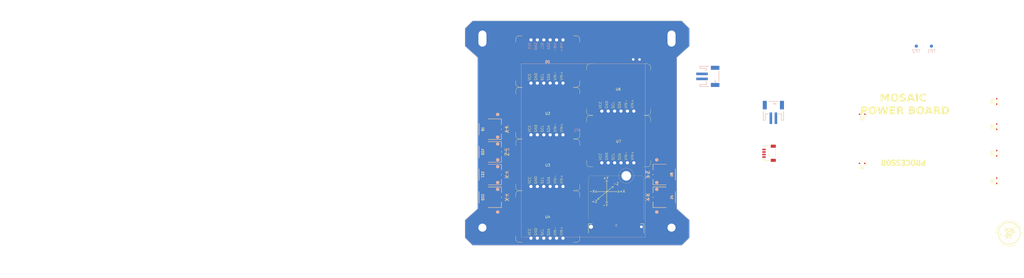
<source format=kicad_pcb>
(kicad_pcb (version 20241229) (generator "pcbnew") (generator_version "9.0")
  (title_block (title "MOSAIC Battery Board") (date "2024-05-30") (rev "1.0"))
  (layers (0 "F.Cu" signal) (2 "B.Cu" signal) (13 "F.Paste" user) (15 "B.Paste" user) (5 "F.SilkS" user "F.Silkscreen") (7 "B.SilkS" user "B.Silkscreen") (1 "F.Mask" user) (3 "B.Mask" user) (25 "Edge.Cuts" user))
  (net 0 "")
  (net 1 "/SOLAR_IN")
  (net 2 "Net-(D1-A)")
  (net 3 "Net-(D2-A)")
  (net 4 "Net-(D3-A)")
  (net 5 "Net-(D4-A)")
  (net 6 "Net-(D5-A)")
  (net 7 "Net-(D6-A)")
  (net 8 "GND")
  (net 9 "VIN")
  (net 18 "/CONT_SDA")
  (net 20 "/CONT_SCL")
  (net 70 "Net-(U1-VIN+)")
  (net 71 "Net-(U3-VIN+)")
  (net 72 "Net-(U4-VIN+)")
  (net 73 "Net-(U5-VIN+)")
  (net 74 "Net-(U6-VIN+)")
  (net 75 "Net-(U7-VIN+)")
  (net 78 "/BATT OUT +")
  (net 79 "/BATT OUT -")
  (footprint "power_board_footprints_V1.0:INA219 Breakout" (layer "F.Cu") (at 55.1 119.94)
    (property "Reference" "U4" (at 12.7 10.3 0) (layer "F.SilkS"))
    (property "Value" "INA219" (hide yes))
    (fp_text user "SDA" (at 13.6652 17.78 90) (layer "F.SilkS") (effects (font (thickness 0.1)) (justify left bottom)))
    (fp_text user "VCC" (at 6.0452 17.78 90) (layer "F.SilkS") (effects (font (thickness 0.1)) (justify left bottom)))
    (fp_text user "VIN+" (at 18.7452 17.78 90) (layer "F.SilkS") (effects (font (thickness 0.1)) (justify left bottom)))
    (fp_text user "GND" (at 8.5725 17.78 90) (layer "F.SilkS") (effects (font (thickness 0.1)) (justify left bottom)))
    (fp_text user "SCL" (at 11.1252 17.78 90) (layer "F.SilkS") (effects (font (thickness 0.1)) (justify left bottom)))
    (fp_text user "VIN-" (at 16.2052 17.78 90) (layer "F.SilkS") (effects (font (thickness 0.1)) (justify left bottom)))
    (pad "1" thru_hole circle (at 6.0452 18.7325) (size 1.905 1.905) (drill 1.27) (layers "*.Cu" "*.Mask") (net 9 "VIN"))
    (pad "2" thru_hole circle (at 8.5852 18.7325) (size 1.905 1.905) (drill 1.27) (layers "*.Cu" "*.Mask") (net 8 "GND"))
    (pad "3" thru_hole circle (at 11.1252 18.7325) (size 1.905 1.905) (drill 1.27) (layers "*.Cu" "*.Mask") (net 20 "/CONT_SCL"))
    (pad "4" thru_hole circle (at 13.6652 18.7325) (size 1.905 1.905) (drill 1.27) (layers "*.Cu" "*.Mask") (net 18 "/CONT_SDA"))
    (pad "5" thru_hole circle (at 16.2052 18.7325) (size 1.905 1.905) (drill 1.27) (layers "*.Cu" "*.Mask") (net 4 "Net-(D3-A)"))
    (pad "6" thru_hole circle (at 18.7452 18.7325) (size 1.905 1.905) (drill 1.27) (layers "*.Cu" "*.Mask") (net 72 "Net-(U4-VIN+)"))
  )
  (footprint "Diode_SMD:D_SOD-323" (layer "F.Cu") (at 245.895414 84.45 90)
    (property "Reference" "D3" (at 0 -1.85 90) (layer "F.SilkS"))
    (property "Value" "DIODE SCHOTTKY 20V 1A SOD323" (hide yes))
    (pad "1" smd roundrect (at -1.05 0 90) (size 0.6 0.45) (layers "F.Cu" "F.Mask" "F.Paste") (net 1 "/SOLAR_IN"))
    (pad "2" smd roundrect (at 1.05 0 90) (size 0.6 0.45) (layers "F.Cu" "F.Mask" "F.Paste") (net 4 "Net-(D3-A)"))
  )
  (footprint "Diode_SMD:D_SOD-323" (layer "F.Cu") (at 192.5 109 180)
    (property "Reference" "D4" (at 0 -1.85 180) (layer "F.SilkS"))
    (property "Value" "DIODE SCHOTTKY 20V 1A SOD323" (hide yes))
    (pad "1" smd roundrect (at -1.05 0 180) (size 0.6 0.45) (layers "F.Cu" "F.Mask" "F.Paste") (net 1 "/SOLAR_IN"))
    (pad "2" smd roundrect (at 1.05 0 180) (size 0.6 0.45) (layers "F.Cu" "F.Mask" "F.Paste") (net 5 "Net-(D4-A)"))
  )
  (footprint "power_board_footprints_V1.0:INA219 Breakout" (layer "F.Cu") (at 55.1 78.94)
    (property "Reference" "U2" (at 12.7 10.26 0) (layer "F.SilkS"))
    (property "Value" "INA219" (hide yes))
    (fp_text user "VIN+" (at 18.7452 17.78 90) (layer "F.SilkS") (effects (font (thickness 0.1)) (justify left bottom)))
    (fp_text user "GND" (at 8.5725 17.78 90) (layer "F.SilkS") (effects (font (thickness 0.1)) (justify left bottom)))
    (fp_text user "VCC" (at 6.0452 17.78 90) (layer "F.SilkS") (effects (font (thickness 0.1)) (justify left bottom)))
    (fp_text user "SDA" (at 13.6652 17.78 90) (layer "F.SilkS") (effects (font (thickness 0.1)) (justify left bottom)))
    (fp_text user "VIN-" (at 16.2052 17.78 90) (layer "F.SilkS") (effects (font (thickness 0.1)) (justify left bottom)))
    (fp_text user "SCL" (at 11.1252 17.78 90) (layer "F.SilkS") (effects (font (thickness 0.1)) (justify left bottom)))
    (pad "1" thru_hole circle (at 6.0452 18.7325) (size 1.905 1.905) (drill 1.27) (layers "*.Cu" "*.Mask"))
    (pad "2" thru_hole circle (at 8.5852 18.7325) (size 1.905 1.905) (drill 1.27) (layers "*.Cu" "*.Mask") (net 8 "GND"))
    (pad "3" thru_hole circle (at 11.1252 18.7325) (size 1.905 1.905) (drill 1.27) (layers "*.Cu" "*.Mask") (net 20 "/CONT_SCL"))
    (pad "4" thru_hole circle (at 13.6652 18.7325) (size 1.905 1.905) (drill 1.27) (layers "*.Cu" "*.Mask") (net 18 "/CONT_SDA"))
    (pad "5" thru_hole circle (at 16.2052 18.7325) (size 1.905 1.905) (drill 1.27) (layers "*.Cu" "*.Mask"))
    (pad "6" thru_hole circle (at 18.7452 18.7325) (size 1.905 1.905) (drill 1.27) (layers "*.Cu" "*.Mask"))
  )
  (footprint "Diode_SMD:D_SOD-323" (layer "F.Cu") (at 192.55 89.5 180)
    (property "Reference" "D2" (at 0 -1.85 180) (layer "F.SilkS"))
    (property "Value" "DIODE SCHOTTKY 20V 1A SOD323" (hide yes))
    (pad "1" smd roundrect (at -1.05 0 180) (size 0.6 0.45) (layers "F.Cu" "F.Mask" "F.Paste") (net 1 "/SOLAR_IN"))
    (pad "2" smd roundrect (at 1.05 0 180) (size 0.6 0.45) (layers "F.Cu" "F.Mask" "F.Paste") (net 3 "Net-(D2-A)"))
  )
  (footprint "MountingHole:MountingHole_3.2mm_M3_Pad" (layer "F.Cu") (at 41.9 134.5)
    (property "Reference" "H8" (hide yes))
    (property "Value" "MountingHole_Pad" (hide yes))
    (pad "1" thru_hole circle (at 0 0) (size 6.4 6.4) (drill 3.2) (layers "*.Cu" "*.Mask") (net 8 "GND"))
  )
  (footprint "power_board_footprints_V1.0:CONN_S2B-PH-SM4-TB_JST" (layer "F.Cu") (at 114.005299 122.449999 90)
    (property "Reference" "J4" (at 0 3 90) (layer "F.SilkS"))
    (property "Value" "CONN 2MM JST" (hide yes))
    (fp_text user "+X" (at -0.000001 -6.428894 90) (layer "F.SilkS") (effects (font (size 1.5 1.5) (thickness 0.2))))
    (pad "1" smd rect (at -1.000001 -2.9553 90) (size 0.9906 3.5052) (layers "F.Cu" "F.Mask" "F.Paste") (net 70 "Net-(U1-VIN+)"))
    (pad "2" smd rect (at 1.000001 -2.9553 90) (size 0.9906 3.5052) (layers "F.Cu" "F.Mask" "F.Paste") (net 8 "GND"))
    (pad "3" smd rect (at -3.350001 2.794701 90) (size 1.4986 3.4036) (layers "F.Cu" "F.Mask" "F.Paste") (net 8 "GND"))
    (pad "4" smd rect (at 3.350001 2.794701 90) (size 1.4986 3.4036) (layers "F.Cu" "F.Mask" "F.Paste") (net 8 "GND"))
  )
  (footprint "power_board_footprints_V1.0:CONN_S2B-PH-SM4-TB_JST" (layer "F.Cu") (at 44.994701 113.449999 -90)
    (property "Reference" "J11" (at 0 3 270) (layer "F.SilkS"))
    (property "Value" "CONN 2MM JST" (hide yes))
    (fp_text user "-X" (at -0.000001 -6.541935 270) (layer "F.SilkS") (effects (font (size 1.5 1.5) (thickness 0.2))))
    (pad "1" smd rect (at -1.000001 -2.9553 270) (size 0.9906 3.5052) (layers "F.Cu" "F.Mask" "F.Paste") (net 73 "Net-(U5-VIN+)"))
    (pad "2" smd rect (at 1.000001 -2.9553 270) (size 0.9906 3.5052) (layers "F.Cu" "F.Mask" "F.Paste") (net 8 "GND"))
    (pad "3" smd rect (at -3.350001 2.794701 270) (size 1.4986 3.4036) (layers "F.Cu" "F.Mask" "F.Paste") (net 8 "GND"))
    (pad "4" smd rect (at 3.350001 2.794701 270) (size 1.4986 3.4036) (layers "F.Cu" "F.Mask" "F.Paste") (net 8 "GND"))
  )
  (footprint "MountingHole:MountingHole_3.2mm_M3_Pad" (layer "F.Cu") (at 116.9 134.5)
    (property "Reference" "H7" (hide yes))
    (property "Value" "MountingHole_Pad" (hide yes))
    (pad "1" thru_hole circle (at 0 0) (size 6.4 6.4) (drill 3.2) (layers "*.Cu" "*.Mask") (net 8 "GND"))
  )
  (footprint "power_board_footprints_V1.0:INA219 Breakout" (layer "F.Cu") (at 55.1 58.44)
    (property "Reference" "U1" (at 12.7 10.26 0) (layer "F.SilkS"))
    (property "Value" "INA219" (hide yes))
    (fp_text user "SDA" (at 13.6652 17.78 90) (layer "F.SilkS") (effects (font (thickness 0.1)) (justify left bottom)))
    (fp_text user "SCL" (at 11.1252 17.78 90) (layer "F.SilkS") (effects (font (thickness 0.1)) (justify left bottom)))
    (fp_text user "VCC" (at 6.0452 17.78 90) (layer "F.SilkS") (effects (font (thickness 0.1)) (justify left bottom)))
    (fp_text user "VIN+" (at 18.7452 17.78 90) (layer "F.SilkS") (effects (font (thickness 0.1)) (justify left bottom)))
    (fp_text user "GND" (at 8.5725 17.78 90) (layer "F.SilkS") (effects (font (thickness 0.1)) (justify left bottom)))
    (fp_text user "VIN-" (at 16.2052 17.78 90) (layer "F.SilkS") (effects (font (thickness 0.1)) (justify left bottom)))
    (pad "1" thru_hole circle (at 6.0452 18.7325) (size 1.905 1.905) (drill 1.27) (layers "*.Cu" "*.Mask") (net 9 "VIN"))
    (pad "2" thru_hole circle (at 8.5852 18.7325) (size 1.905 1.905) (drill 1.27) (layers "*.Cu" "*.Mask") (net 8 "GND"))
    (pad "3" thru_hole circle (at 11.1252 18.7325) (size 1.905 1.905) (drill 1.27) (layers "*.Cu" "*.Mask") (net 20 "/CONT_SCL"))
    (pad "4" thru_hole circle (at 13.6652 18.7325) (size 1.905 1.905) (drill 1.27) (layers "*.Cu" "*.Mask") (net 18 "/CONT_SDA"))
    (pad "5" thru_hole circle (at 16.2052 18.7325) (size 1.905 1.905) (drill 1.27) (layers "*.Cu" "*.Mask") (net 2 "Net-(D1-A)"))
    (pad "6" thru_hole circle (at 18.7452 18.7325) (size 1.905 1.905) (drill 1.27) (layers "*.Cu" "*.Mask") (net 70 "Net-(U1-VIN+)"))
  )
  (footprint "Diode_SMD:D_SOD-323" (layer "F.Cu") (at 245.895414 115.8699 90)
    (property "Reference" "D1" (at 0 -1.85 90) (layer "F.SilkS"))
    (property "Value" "DIODE SCHOTTKY 20V 1A SOD323" (hide yes))
    (pad "1" smd roundrect (at -1.05 0 90) (size 0.6 0.45) (layers "F.Cu" "F.Mask" "F.Paste") (net 1 "/SOLAR_IN"))
    (pad "2" smd roundrect (at 1.05 0 90) (size 0.6 0.45) (layers "F.Cu" "F.Mask" "F.Paste") (net 2 "Net-(D1-A)"))
  )
  (footprint "Diode_SMD:D_SOD-323" (layer "F.Cu") (at 245.895414 104.95 90)
    (property "Reference" "D5" (at 0 -1.85 90) (layer "F.SilkS"))
    (property "Value" "DIODE SCHOTTKY 20V 1A SOD323" (hide yes))
    (pad "1" smd roundrect (at -1.05 0 90) (size 0.6 0.45) (layers "F.Cu" "F.Mask" "F.Paste") (net 1 "/SOLAR_IN"))
    (pad "2" smd roundrect (at 1.05 0 90) (size 0.6 0.45) (layers "F.Cu" "F.Mask" "F.Paste") (net 6 "Net-(D5-A)"))
  )
  (footprint "power_board_footprints_V1.0:JST04_1MM_RA" (layer "F.Cu") (at 153.5867 105 90)
    (property "Reference" "J2" (at -1.397 2.159 90) (layer "F.SilkS") (effects (font (size 0.48768 0.48768) (thickness 0.12192)) (justify left bottom)))
    (property "Value" "CONN_QWIIC" (hide yes))
    (pad "1" smd roundrect (at -1.5 0 90) (size 0.6 1.35) (layers "F.Cu" "F.Mask" "F.Paste") (roundrect_rratio 0.08466666667) (net 8 "GND"))
    (pad "2" smd roundrect (at -0.5 0 90) (size 0.6 1.35) (layers "F.Cu" "F.Mask" "F.Paste") (roundrect_rratio 0.08466666667) (net 9 "VIN"))
    (pad "3" smd roundrect (at 0.5 0 90) (size 0.6 1.35) (layers "F.Cu" "F.Mask" "F.Paste") (roundrect_rratio 0.08466666667) (net 18 "/CONT_SDA"))
    (pad "4" smd roundrect (at 1.5 0 90) (size 0.6 1.35) (layers "F.Cu" "F.Mask" "F.Paste") (roundrect_rratio 0.08466666667) (net 20 "/CONT_SCL"))
    (pad "NC1" smd roundrect (at 2.8 3.675 90) (size 1.2 2) (layers "F.Cu" "F.Mask" "F.Paste") (roundrect_rratio 0.04233333333))
    (pad "NC2" smd roundrect (at -2.8 3.675 90) (size 1.2 2) (layers "F.Cu" "F.Mask" "F.Paste") (roundrect_rratio 0.04233333333))
  )
  (footprint "power_board_footprints_V1.0:CONN_S2B-PH-SM4-TB_JST" (layer "F.Cu") (at 114.005299 113.449999 90)
    (property "Reference" "J8" (at 0 3 90) (layer "F.SilkS"))
    (property "Value" "CONN 2MM JST" (hide yes))
    (fp_text user "+Z" (at -0.000001 -6.541935 90) (layer "F.SilkS") (effects (font (size 1.5 1.5) (thickness 0.2))))
    (pad "1" smd rect (at -1.000001 -2.9553 90) (size 0.9906 3.5052) (layers "F.Cu" "F.Mask" "F.Paste") (net 72 "Net-(U4-VIN+)"))
    (pad "2" smd rect (at 1.000001 -2.9553 90) (size 0.9906 3.5052) (layers "F.Cu" "F.Mask" "F.Paste") (net 8 "GND"))
    (pad "3" smd rect (at -3.350001 2.794701 90) (size 1.4986 3.4036) (layers "F.Cu" "F.Mask" "F.Paste") (net 8 "GND"))
    (pad "4" smd rect (at 3.350001 2.794701 90) (size 1.4986 3.4036) (layers "F.Cu" "F.Mask" "F.Paste") (net 8 "GND"))
  )
  (footprint "power_board_footprints_V1.0:MountingHole_3.2mm_Pad_Oval" (layer "F.Cu") (at 116.9 59.5 90)
    (property "Reference" "H10" (hide yes))
    (property "Value" "MountingHole_Pad" (hide yes))
    (pad "1" thru_hole oval (at 0 0 90) (size 10.16 6.400013) (drill oval 6.400013 3.199994) (layers "*.Cu" "*.Mask") (net 8 "GND"))
  )
  (footprint "power_board_footprints_V1.0:CONN_S2B-PH-SM4-TB_JST" (layer "F.Cu") (at 44.994701 122.449999 -90)
    (property "Reference" "J10" (at 0 3 270) (layer "F.SilkS"))
    (property "Value" "CONN 2MM JST" (hide yes))
    (fp_text user "-X" (at -0.000001 -6.541935 270) (layer "F.SilkS") (effects (font (size 1.5 1.5) (thickness 0.2))))
    (pad "1" smd rect (at -1.000001 -2.9553 270) (size 0.9906 3.5052) (layers "F.Cu" "F.Mask" "F.Paste") (net 73 "Net-(U5-VIN+)"))
    (pad "2" smd rect (at 1.000001 -2.9553 270) (size 0.9906 3.5052) (layers "F.Cu" "F.Mask" "F.Paste") (net 8 "GND"))
    (pad "3" smd rect (at -3.350001 2.794701 270) (size 1.4986 3.4036) (layers "F.Cu" "F.Mask" "F.Paste") (net 8 "GND"))
    (pad "4" smd rect (at 3.350001 2.794701 270) (size 1.4986 3.4036) (layers "F.Cu" "F.Mask" "F.Paste") (net 8 "GND"))
  )
  (footprint "MOSAIC_Power_Board:SL_Logo" (layer "F.Cu") (at 250.75 136.5)
    (property "Reference" "REF**" (hide yes))
    (property "Value" "LOGO" (hide yes))
  )
  (footprint "power_board_footprints_V1.0:M.2-CONNECTOR-E" (layer "F.Cu") (at 94.95 134.1625)
    (property "Reference" "J1" (at 0 -0.635 0) (layer "F.SilkS") (effects (font (size 0.70104 0.70104) (thickness 0.08))))
    (property "Value" "CONN E" (hide yes))
    (pad "" np_thru_hole circle (at -10 0) (size 1.6 1.6) (drill 1.6) (layers "*.Cu" "*.Mask"))
    (pad "" np_thru_hole circle (at 10 0) (size 1.1 1.1) (drill 1.1) (layers "*.Cu" "*.Mask"))
    (pad "1" smd roundrect (at 9.25 5.275 180) (size 0.3 1.55) (layers "F.Cu" "F.Mask") (roundrect_rratio 0.1693333333) (net 8 "GND"))
    (pad "2" smd roundrect (at 9 -2.275 180) (size 0.3 1.55) (layers "F.Cu" "F.Mask") (roundrect_rratio 0.1693333333) (net 9 "VIN"))
    (pad "3" smd roundrect (at 8.75 5.275 180) (size 0.3 1.55) (layers "F.Cu" "F.Mask") (roundrect_rratio 0.1693333333))
    (pad "4" smd roundrect (at 8.5 -2.275 180) (size 0.3 1.55) (layers "F.Cu" "F.Mask") (roundrect_rratio 0.1693333333))
    (pad "5" smd roundrect (at 8.25 5.275 180) (size 0.3 1.55) (layers "F.Cu" "F.Mask") (roundrect_rratio 0.1693333333))
    (pad "6" smd roundrect (at 8 -2.275 180) (size 0.3 1.55) (layers "F.Cu" "F.Mask") (roundrect_rratio 0.1693333333))
    (pad "7" smd roundrect (at 7.75 5.275 180) (size 0.3 1.55) (layers "F.Cu" "F.Mask") (roundrect_rratio 0.1693333333) (net 8 "GND"))
    (pad "8" smd roundrect (at 7.5 -2.275 180) (size 0.3 1.55) (layers "F.Cu" "F.Mask") (roundrect_rratio 0.1693333333))
    (pad "9" smd roundrect (at 7.25 5.275 180) (size 0.3 1.55) (layers "F.Cu" "F.Mask") (roundrect_rratio 0.1693333333))
    (pad "10" smd roundrect (at 7 -2.275 180) (size 0.3 1.55) (layers "F.Cu" "F.Mask") (roundrect_rratio 0.1693333333))
    (pad "11" smd roundrect (at 6.75 5.275 180) (size 0.3 1.55) (layers "F.Cu" "F.Mask") (roundrect_rratio 0.1693333333))
    (pad "12" smd roundrect (at 6.5 -2.275 180) (size 0.3 1.55) (layers "F.Cu" "F.Mask") (roundrect_rratio 0.1693333333) (net 18 "/CONT_SDA"))
    (pad "13" smd roundrect (at 6.25 5.275 180) (size 0.3 1.55) (layers "F.Cu" "F.Mask") (roundrect_rratio 0.1693333333))
    (pad "14" smd roundrect (at 6 -2.275 180) (size 0.3 1.55) (layers "F.Cu" "F.Mask") (roundrect_rratio 0.1693333333) (net 20 "/CONT_SCL"))
    (pad "15" smd roundrect (at 5.75 5.275 180) (size 0.3 1.55) (layers "F.Cu" "F.Mask") (roundrect_rratio 0.1693333333))
    (pad "16" smd roundrect (at 5.5 -2.275 180) (size 0.3 1.55) (layers "F.Cu" "F.Mask") (roundrect_rratio 0.1693333333))
    (pad "17" smd roundrect (at 5.25 5.275 180) (size 0.3 1.55) (layers "F.Cu" "F.Mask") (roundrect_rratio 0.1693333333))
    (pad "18" smd roundrect (at 5 -2.275 180) (size 0.3 1.55) (layers "F.Cu" "F.Mask") (roundrect_rratio 0.1693333333))
    (pad "19" smd roundrect (at 4.75 5.275 180) (size 0.3 1.55) (layers "F.Cu" "F.Mask") (roundrect_rratio 0.1693333333))
    (pad "20" smd roundrect (at 4.5 -2.275 180) (size 0.3 1.55) (layers "F.Cu" "F.Mask") (roundrect_rratio 0.1693333333))
    (pad "21" smd roundrect (at 4.25 5.275 180) (size 0.3 1.55) (layers "F.Cu" "F.Mask") (roundrect_rratio 0.1693333333))
    (pad "22" smd roundrect (at 4 -2.275 180) (size 0.3 1.55) (layers "F.Cu" "F.Mask") (roundrect_rratio 0.1693333333))
    (pad "23" smd roundrect (at 3.75 5.275 180) (size 0.3 1.55) (layers "F.Cu" "F.Mask") (roundrect_rratio 0.1693333333))
    (pad "32" smd roundrect (at 1.5 -2.275 180) (size 0.3 1.55) (layers "F.Cu" "F.Mask") (roundrect_rratio 0.1693333333))
    (pad "33" smd roundrect (at 1.25 5.275 180) (size 0.3 1.55) (layers "F.Cu" "F.Mask") (roundrect_rratio 0.1693333333) (net 8 "GND"))
    (pad "34" smd roundrect (at 1 -2.275 180) (size 0.3 1.55) (layers "F.Cu" "F.Mask") (roundrect_rratio 0.1693333333))
    (pad "35" smd roundrect (at 0.75 5.275 180) (size 0.3 1.55) (layers "F.Cu" "F.Mask") (roundrect_rratio 0.1693333333))
    (pad "36" smd roundrect (at 0.5 -2.275 180) (size 0.3 1.55) (layers "F.Cu" "F.Mask") (roundrect_rratio 0.1693333333) (net 8 "GND"))
    (pad "37" smd roundrect (at 0.25 5.275 180) (size 0.3 1.55) (layers "F.Cu" "F.Mask") (roundrect_rratio 0.1693333333))
    (pad "38" smd roundrect (at 0 -2.275 180) (size 0.3 1.55) (layers "F.Cu" "F.Mask") (roundrect_rratio 0.1693333333))
    (pad "39" smd roundrect (at -0.25 5.275 180) (size 0.3 1.55) (layers "F.Cu" "F.Mask") (roundrect_rratio 0.1693333333) (net 8 "GND"))
    (pad "40" smd roundrect (at -0.5 -2.275 180) (size 0.3 1.55) (layers "F.Cu" "F.Mask") (roundrect_rratio 0.1693333333))
    (pad "41" smd roundrect (at -0.75 5.275 180) (size 0.3 1.55) (layers "F.Cu" "F.Mask") (roundrect_rratio 0.1693333333))
    (pad "42" smd roundrect (at -1 -2.275 180) (size 0.3 1.55) (layers "F.Cu" "F.Mask") (roundrect_rratio 0.1693333333))
    (pad "43" smd roundrect (at -1.25 5.275 180) (size 0.3 1.55) (layers "F.Cu" "F.Mask") (roundrect_rratio 0.1693333333))
    (pad "44" smd roundrect (at -1.5 -2.275 180) (size 0.3 1.55) (layers "F.Cu" "F.Mask") (roundrect_rratio 0.1693333333))
    (pad "45" smd roundrect (at -1.75 5.275 180) (size 0.3 1.55) (layers "F.Cu" "F.Mask") (roundrect_rratio 0.1693333333) (net 8 "GND"))
    (pad "46" smd roundrect (at -2 -2.275 180) (size 0.3 1.55) (layers "F.Cu" "F.Mask") (roundrect_rratio 0.1693333333))
    (pad "47" smd roundrect (at -2.25 5.275 180) (size 0.3 1.55) (layers "F.Cu" "F.Mask") (roundrect_rratio 0.1693333333))
    (pad "48" smd roundrect (at -2.5 -2.275 180) (size 0.3 1.55) (layers "F.Cu" "F.Mask") (roundrect_rratio 0.1693333333))
    (pad "49" smd roundrect (at -2.75 5.275 180) (size 0.3 1.55) (layers "F.Cu" "F.Mask") (roundrect_rratio 0.1693333333))
    (pad "50" smd roundrect (at -3 -2.275 180) (size 0.3 1.55) (layers "F.Cu" "F.Mask") (roundrect_rratio 0.1693333333))
    (pad "51" smd roundrect (at -3.25 5.275 180) (size 0.3 1.55) (layers "F.Cu" "F.Mask") (roundrect_rratio 0.1693333333))
    (pad "52" smd roundrect (at -3.5 -2.275 180) (size 0.3 1.55) (layers "F.Cu" "F.Mask") (roundrect_rratio 0.1693333333))
    (pad "53" smd roundrect (at -3.75 5.275 180) (size 0.3 1.55) (layers "F.Cu" "F.Mask") (roundrect_rratio 0.1693333333))
    (pad "54" smd roundrect (at -4 -2.275 180) (size 0.3 1.55) (layers "F.Cu" "F.Mask") (roundrect_rratio 0.1693333333))
    (pad "55" smd roundrect (at -4.25 5.275 180) (size 0.3 1.55) (layers "F.Cu" "F.Mask") (roundrect_rratio 0.1693333333))
    (pad "56" smd roundrect (at -4.5 -2.275 180) (size 0.3 1.55) (layers "F.Cu" "F.Mask") (roundrect_rratio 0.1693333333))
    (pad "57" smd roundrect (at -4.75 5.275 180) (size 0.3 1.55) (layers "F.Cu" "F.Mask") (roundrect_rratio 0.1693333333))
    (pad "58" smd roundrect (at -5 -2.275 180) (size 0.3 1.55) (layers "F.Cu" "F.Mask") (roundrect_rratio 0.1693333333))
    (pad "59" smd roundrect (at -5.25 5.275 180) (size 0.3 1.55) (layers "F.Cu" "F.Mask") (roundrect_rratio 0.1693333333))
    (pad "60" smd roundrect (at -5.5 -2.275 180) (size 0.3 1.55) (layers "F.Cu" "F.Mask") (roundrect_rratio 0.1693333333))
    (pad "61" smd roundrect (at -5.75 5.275 180) (size 0.3 1.55) (layers "F.Cu" "F.Mask") (roundrect_rratio 0.1693333333))
    (pad "62" smd roundrect (at -6 -2.275 180) (size 0.3 1.55) (layers "F.Cu" "F.Mask") (roundrect_rratio 0.1693333333))
    (pad "63" smd roundrect (at -6.25 5.275 180) (size 0.3 1.55) (layers "F.Cu" "F.Mask") (roundrect_rratio 0.1693333333))
    (pad "64" smd roundrect (at -6.5 -2.275 180) (size 0.3 1.55) (layers "F.Cu" "F.Mask") (roundrect_rratio 0.1693333333))
    (pad "65" smd roundrect (at -6.75 5.275 180) (size 0.3 1.55) (layers "F.Cu" "F.Mask") (roundrect_rratio 0.1693333333))
    (pad "66" smd roundrect (at -7 -2.275 180) (size 0.3 1.55) (layers "F.Cu" "F.Mask") (roundrect_rratio 0.1693333333))
    (pad "67" smd roundrect (at -7.25 5.275 180) (size 0.3 1.55) (layers "F.Cu" "F.Mask") (roundrect_rratio 0.1693333333))
    (pad "68" smd roundrect (at -7.5 -2.275 180) (size 0.3 1.55) (layers "F.Cu" "F.Mask") (roundrect_rratio 0.1693333333))
    (pad "69" smd roundrect (at -7.75 5.275 180) (size 0.3 1.55) (layers "F.Cu" "F.Mask") (roundrect_rratio 0.1693333333))
    (pad "70" smd roundrect (at -8 -2.275 180) (size 0.3 1.55) (layers "F.Cu" "F.Mask") (roundrect_rratio 0.1693333333))
    (pad "71" smd roundrect (at -8.25 5.275 180) (size 0.3 1.55) (layers "F.Cu" "F.Mask") (roundrect_rratio 0.1693333333))
    (pad "72" smd roundrect (at -8.5 -2.275 180) (size 0.3 1.55) (layers "F.Cu" "F.Mask") (roundrect_rratio 0.1693333333))
    (pad "73" smd roundrect (at -8.75 5.275 180) (size 0.3 1.55) (layers "F.Cu" "F.Mask") (roundrect_rratio 0.1693333333))
    (pad "74" smd roundrect (at -9 -2.275 180) (size 0.3 1.55) (layers "F.Cu" "F.Mask") (roundrect_rratio 0.1693333333) (net 9 "VIN"))
    (pad "75" smd roundrect (at -9.25 5.275 180) (size 0.3 1.55) (layers "F.Cu" "F.Mask") (roundrect_rratio 0.1693333333) (net 8 "GND"))
    (pad "A1" smd roundrect (at 10.35 4.5 180) (size 1.2 2.75) (layers "F.Cu" "F.Mask" "F.Paste") (roundrect_rratio 0.04233333333))
    (pad "A2" smd roundrect (at -10.35 4.5 180) (size 1.2 2.75) (layers "F.Cu" "F.Mask" "F.Paste") (roundrect_rratio 0.04233333333))
  )
  (footprint "MOSAIC_Power_Board:STAND-OFF-REFLOW-M2.5" (layer "F.Cu") (at 98.95 113.95)
    (property "Reference" "H1" (at 0 0 0) (layer "F.SilkS") (effects (font (size 1.27 1.27))))
    (property "Value" "~")
    (pad "1" thru_hole circle (at 0 0 180) (size 6 6) (drill 3.8) (layers "*.Cu" "*.Mask") (net 8 "GND"))
  )
  (footprint "power_board_footprints_V1.0:INA219 Breakout" (layer "F.Cu") (at 83.2 69.54)
    (property "Reference" "U6" (at 12.6 10.06 0) (layer "F.SilkS"))
    (property "Value" "INA219" (hide yes))
    (fp_text user "GND" (at 8.5725 17.78 90) (layer "F.SilkS") (effects (font (thickness 0.1)) (justify left bottom)))
    (fp_text user "SDA" (at 13.6652 17.78 90) (layer "F.SilkS") (effects (font (thickness 0.1)) (justify left bottom)))
    (fp_text user "VCC" (at 6.0452 17.78 90) (layer "F.SilkS") (effects (font (thickness 0.1)) (justify left bottom)))
    (fp_text user "VIN-" (at 16.2052 17.78 90) (layer "F.SilkS") (effects (font (thickness 0.1)) (justify left bottom)))
    (fp_text user "VIN+" (at 18.7452 17.78 90) (layer "F.SilkS") (effects (font (thickness 0.1)) (justify left bottom)))
    (fp_text user "SCL" (at 11.1252 17.78 90) (layer "F.SilkS") (effects (font (thickness 0.1)) (justify left bottom)))
    (pad "1" thru_hole circle (at 6.0452 18.7325) (size 1.905 1.905) (drill 1.27) (layers "*.Cu" "*.Mask") (net 9 "VIN"))
    (pad "2" thru_hole circle (at 8.5852 18.7325) (size 1.905 1.905) (drill 1.27) (layers "*.Cu" "*.Mask") (net 8 "GND"))
    (pad "3" thru_hole circle (at 11.1252 18.7325) (size 1.905 1.905) (drill 1.27) (layers "*.Cu" "*.Mask") (net 20 "/CONT_SCL"))
    (pad "4" thru_hole circle (at 13.6652 18.7325) (size 1.905 1.905) (drill 1.27) (layers "*.Cu" "*.Mask") (net 18 "/CONT_SDA"))
    (pad "5" thru_hole circle (at 16.2052 18.7325) (size 1.905 1.905) (drill 1.27) (layers "*.Cu" "*.Mask") (net 6 "Net-(D5-A)"))
    (pad "6" thru_hole circle (at 18.7452 18.7325) (size 1.905 1.905) (drill 1.27) (layers "*.Cu" "*.Mask") (net 74 "Net-(U6-VIN+)"))
  )
  (footprint "power_board_footprints_V1.0:INA219 Breakout" (layer "F.Cu") (at 83.2 90.04)
    (property "Reference" "U7" (at 12.7 10.26 0) (layer "F.SilkS"))
    (property "Value" "INA219" (hide yes))
    (fp_text user "SDA" (at 13.6652 17.78 90) (layer "F.SilkS") (effects (font (thickness 0.1)) (justify left bottom)))
    (fp_text user "VCC" (at 6.0452 17.78 90) (layer "F.SilkS") (effects (font (thickness 0.1)) (justify left bottom)))
    (fp_text user "SCL" (at 11.1252 17.78 90) (layer "F.SilkS") (effects (font (thickness 0.1)) (justify left bottom)))
    (fp_text user "GND" (at 8.5725 17.78 90) (layer "F.SilkS") (effects (font (thickness 0.1)) (justify left bottom)))
    (fp_text user "VIN+" (at 18.7452 17.78 90) (layer "F.SilkS") (effects (font (thickness 0.1)) (justify left bottom)))
    (fp_text user "VIN-" (at 16.2052 17.78 90) (layer "F.SilkS") (effects (font (thickness 0.1)) (justify left bottom)))
    (pad "1" thru_hole circle (at 6.0452 18.7325) (size 1.905 1.905) (drill 1.27) (layers "*.Cu" "*.Mask") (net 9 "VIN"))
    (pad "2" thru_hole circle (at 8.5852 18.7325) (size 1.905 1.905) (drill 1.27) (layers "*.Cu" "*.Mask") (net 8 "GND"))
    (pad "3" thru_hole circle (at 11.1252 18.7325) (size 1.905 1.905) (drill 1.27) (layers "*.Cu" "*.Mask") (net 20 "/CONT_SCL"))
    (pad "4" thru_hole circle (at 13.6652 18.7325) (size 1.905 1.905) (drill 1.27) (layers "*.Cu" "*.Mask") (net 18 "/CONT_SDA"))
    (pad "5" thru_hole circle (at 16.2052 18.7325) (size 1.905 1.905) (drill 1.27) (layers "*.Cu" "*.Mask") (net 7 "Net-(D6-A)"))
    (pad "6" thru_hole circle (at 18.7452 18.7325) (size 1.905 1.905) (drill 1.27) (layers "*.Cu" "*.Mask") (net 75 "Net-(U7-VIN+)"))
  )
  (footprint "power_board_footprints_V1.0:MountingHole_3.2mm_Pad_Oval" (layer "F.Cu") (at 41.9 59.5 90)
    (property "Reference" "H9" (hide yes))
    (property "Value" "MountingHole_Pad" (hide yes))
    (pad "1" thru_hole oval (at 0 0 90) (size 10.16 6.400013) (drill oval 6.400013 3.199994) (layers "*.Cu" "*.Mask") (net 8 "GND"))
  )
  (footprint "Diode_SMD:D_SOD-323" (layer "F.Cu") (at 245.895414 94.45 90)
    (property "Reference" "D6" (at 0 -1.85 90) (layer "F.SilkS"))
    (property "Value" "DIODE SCHOTTKY 20V 1A SOD323" (hide yes))
    (pad "1" smd roundrect (at -1.05 0 90) (size 0.6 0.45) (layers "F.Cu" "F.Mask" "F.Paste") (net 1 "/SOLAR_IN"))
    (pad "2" smd roundrect (at 1.05 0 90) (size 0.6 0.45) (layers "F.Cu" "F.Mask" "F.Paste") (net 7 "Net-(D6-A)"))
  )
  (footprint "power_board_footprints_V1.0:INA219 Breakout" (layer "F.Cu") (at 55.1 99.44)
    (property "Reference" "U3" (at 12.7 10.26 0) (layer "F.SilkS"))
    (property "Value" "INA219" (hide yes))
    (fp_text user "SCL" (at 11.1252 17.78 90) (layer "F.SilkS") (effects (font (thickness 0.1)) (justify left bottom)))
    (fp_text user "SDA" (at 13.6652 17.78 90) (layer "F.SilkS") (effects (font (thickness 0.1)) (justify left bottom)))
    (fp_text user "VIN+" (at 18.7452 17.78 90) (layer "F.SilkS") (effects (font (thickness 0.1)) (justify left bottom)))
    (fp_text user "VIN-" (at 16.2052 17.78 90) (layer "F.SilkS") (effects (font (thickness 0.1)) (justify left bottom)))
    (fp_text user "GND" (at 8.5725 17.78 90) (layer "F.SilkS") (effects (font (thickness 0.1)) (justify left bottom)))
    (fp_text user "VCC" (at 6.0452 17.78 90) (layer "F.SilkS") (effects (font (thickness 0.1)) (justify left bottom)))
    (pad "1" thru_hole circle (at 6.0452 18.7325) (size 1.905 1.905) (drill 1.27) (layers "*.Cu" "*.Mask") (net 9 "VIN"))
    (pad "2" thru_hole circle (at 8.5852 18.7325) (size 1.905 1.905) (drill 1.27) (layers "*.Cu" "*.Mask") (net 8 "GND"))
    (pad "3" thru_hole circle (at 11.1252 18.7325) (size 1.905 1.905) (drill 1.27) (layers "*.Cu" "*.Mask") (net 20 "/CONT_SCL"))
    (pad "4" thru_hole circle (at 13.6652 18.7325) (size 1.905 1.905) (drill 1.27) (layers "*.Cu" "*.Mask") (net 18 "/CONT_SDA"))
    (pad "5" thru_hole circle (at 16.2052 18.7325) (size 1.905 1.905) (drill 1.27) (layers "*.Cu" "*.Mask") (net 3 "Net-(D2-A)"))
    (pad "6" thru_hole circle (at 18.7452 18.7325) (size 1.905 1.905) (drill 1.27) (layers "*.Cu" "*.Mask") (net 71 "Net-(U3-VIN+)"))
  )
  (footprint "power_board_footprints_V1.0:CONN_S2B-PH-SM4-TB_JST" (layer "F.Cu") (at 44.994701 104.449999 -90)
    (property "Reference" "J15" (at 0 3 270) (layer "F.SilkS"))
    (property "Value" "CONN 2MM JST" (hide yes))
    (fp_text user "-Z" (at -0.000001 -6.541935 270) (layer "F.SilkS") (effects (font (size 1.5 1.5) (thickness 0.2))))
    (pad "1" smd rect (at -1.000001 -2.9553 270) (size 0.9906 3.5052) (layers "F.Cu" "F.Mask" "F.Paste") (net 75 "Net-(U7-VIN+)"))
    (pad "2" smd rect (at 1.000001 -2.9553 270) (size 0.9906 3.5052) (layers "F.Cu" "F.Mask" "F.Paste") (net 8 "GND"))
    (pad "3" smd rect (at -3.350001 2.794701 270) (size 1.4986 3.4036) (layers "F.Cu" "F.Mask" "F.Paste") (net 8 "GND"))
    (pad "4" smd rect (at 3.350001 2.794701 270) (size 1.4986 3.4036) (layers "F.Cu" "F.Mask" "F.Paste") (net 8 "GND"))
  )
  (footprint "power_board_footprints_V1.0:CONN_S2B-PH-SM4-TB_JST" (layer "F.Cu") (at 44.994701 95.449999 -90)
    (property "Reference" "J6" (at 0 3 270) (layer "F.SilkS"))
    (property "Value" "CONN 2MM JST" (hide yes))
    (fp_text user "+Y" (at -0.000001 -6.541935 270) (layer "F.SilkS") (effects (font (size 1.5 1.5) (thickness 0.2))))
    (pad "1" smd rect (at -1.000001 -2.9553 270) (size 0.9906 3.5052) (layers "F.Cu" "F.Mask" "F.Paste") (net 71 "Net-(U3-VIN+)"))
    (pad "2" smd rect (at 1.000001 -2.9553 270) (size 0.9906 3.5052) (layers "F.Cu" "F.Mask" "F.Paste") (net 8 "GND"))
    (pad "3" smd rect (at -3.350001 2.794701 270) (size 1.4986 3.4036) (layers "F.Cu" "F.Mask" "F.Paste") (net 8 "GND"))
    (pad "4" smd rect (at 3.350001 2.794701 270) (size 1.4986 3.4036) (layers "F.Cu" "F.Mask" "F.Paste") (net 8 "GND"))
  )
  (footprint "power_board_footprints_V1.0:JST-2-SMD" (layer "B.Cu") (at 132.7 74.5 90)
    (property "Reference" "J3" (at -1.397 1.778 270) (layer "B.SilkS") (effects (font (size 0.48768 0.48768) (thickness 0.12192)) (justify left bottom mirror)))
    (property "Value" "CONN_JST_BATT" (hide yes))
    (pad "1" smd roundrect (at -1 -3.7 90) (size 1 4.6) (layers "B.Cu" "B.Mask" "B.Paste") (roundrect_rratio 0.0508) (net 79 "/BATT OUT -"))
    (pad "2" smd roundrect (at 1 -3.7 90) (size 1 4.6) (layers "B.Cu" "B.Mask" "B.Paste") (roundrect_rratio 0.0508) (net 78 "/BATT OUT +"))
    (pad "NC1" smd roundrect (at -3.4 1.5) (size 3.4 1.6) (layers "B.Cu" "B.Mask" "B.Paste") (roundrect_rratio 0.03175))
    (pad "NC2" smd roundrect (at 3.4 1.5) (size 3.4 1.6) (layers "B.Cu" "B.Mask" "B.Paste") (roundrect_rratio 0.03175))
  )
  (footprint "power_board_footprints_V1.0:CONN_S2B-PH-SM4-TB_JST" (layer "B.Cu") (at 44.994701 104.449999 90)
    (property "Reference" "J14" (at 0 -3 270) (layer "B.SilkS") (effects (justify mirror)))
    (property "Value" "CONN 2MM JST" (hide yes))
    (fp_text user "-Z" (at -0.000001 6.541935 270) (layer "B.SilkS") (effects (font (size 1.5 1.5) (thickness 0.2)) (justify mirror)))
    (pad "1" smd rect (at -1.000001 2.9553 90) (size 0.9906 3.5052) (layers "B.Cu" "B.Mask" "B.Paste") (net 75 "Net-(U7-VIN+)"))
    (pad "2" smd rect (at 1.000001 2.9553 90) (size 0.9906 3.5052) (layers "B.Cu" "B.Mask" "B.Paste") (net 8 "GND"))
    (pad "3" smd rect (at -3.350001 -2.794701 90) (size 1.4986 3.4036) (layers "B.Cu" "B.Mask" "B.Paste") (net 8 "GND"))
    (pad "4" smd rect (at 3.350001 -2.794701 90) (size 1.4986 3.4036) (layers "B.Cu" "B.Mask" "B.Paste") (net 8 "GND"))
  )
  (footprint "power_board_footprints_V1.0:PAD.03X.05" (layer "B.Cu") (at 214 62.5 -90)
    (property "Reference" "TP2" (at 2 0 0) (layer "B.SilkS") (effects (font (size 1.27 1.27)) (justify mirror)))
    (property "Value" "~")
    (pad "1" smd roundrect (at 0 0 270) (size 1.27 1.27) (layers "B.Cu" "B.Mask") (roundrect_rratio 0.5) (net 79 "/BATT OUT -"))
  )
  (footprint "power_board_footprints_V1.0:SparkFun Lithium Ion Battery - 2Ah" (layer "B.Cu") (at 79.5 104.4395 180)
    (property "Reference" "BT1" (at 0 8.55 0) (layer "B.SilkS") (effects (font (thickness 0.1)) (justify mirror)))
    (property "Value" "Battery" (hide yes))
    (pad "1" thru_hole circle (at -24.7142 36.6395 180) (size 2 2) (drill 1) (layers "*.Cu" "*.Mask") (net 78 "/BATT OUT +"))
    (pad "2" thru_hole circle (at -22.2123 36.6649 180) (size 2 2) (drill 1) (layers "*.Cu" "*.Mask") (net 79 "/BATT OUT -"))
  )
  (footprint "power_board_footprints_V1.0:CONN_S2B-PH-SM4-TB_JST" (layer "B.Cu") (at 44.994701 113.449999 90)
    (property "Reference" "J13" (at 0 -3 270) (layer "B.SilkS") (effects (justify mirror)))
    (property "Value" "CONN 2MM JST" (hide yes))
    (fp_text user "-Y" (at -0.000001 6.541935 270) (layer "B.SilkS") (effects (font (size 1.5 1.5) (thickness 0.2)) (justify mirror)))
    (pad "1" smd rect (at -1.000001 2.9553 90) (size 0.9906 3.5052) (layers "B.Cu" "B.Mask" "B.Paste") (net 74 "Net-(U6-VIN+)"))
    (pad "2" smd rect (at 1.000001 2.9553 90) (size 0.9906 3.5052) (layers "B.Cu" "B.Mask" "B.Paste") (net 8 "GND"))
    (pad "3" smd rect (at -3.350001 -2.794701 90) (size 1.4986 3.4036) (layers "B.Cu" "B.Mask" "B.Paste") (net 8 "GND"))
    (pad "4" smd rect (at 3.350001 -2.794701 90) (size 1.4986 3.4036) (layers "B.Cu" "B.Mask" "B.Paste") (net 8 "GND"))
  )
  (footprint "power_board_footprints_V1.0:CONN_S2B-PH-SM4-TB_JST" (layer "B.Cu") (at 44.994701 95.449999 90)
    (property "Reference" "J7" (at 0 -3 270) (layer "B.SilkS") (effects (justify mirror)))
    (property "Value" "CONN 2MM JST" (hide yes))
    (fp_text user "+Y" (at -0.000001 6.541935 270) (layer "B.SilkS") (effects (font (size 1.5 1.5) (thickness 0.2)) (justify mirror)))
    (pad "1" smd rect (at -1.000001 2.9553 90) (size 0.9906 3.5052) (layers "B.Cu" "B.Mask" "B.Paste") (net 71 "Net-(U3-VIN+)"))
    (pad "2" smd rect (at 1.000001 2.9553 90) (size 0.9906 3.5052) (layers "B.Cu" "B.Mask" "B.Paste") (net 8 "GND"))
    (pad "3" smd rect (at -3.350001 -2.794701 90) (size 1.4986 3.4036) (layers "B.Cu" "B.Mask" "B.Paste") (net 8 "GND"))
    (pad "4" smd rect (at 3.350001 -2.794701 90) (size 1.4986 3.4036) (layers "B.Cu" "B.Mask" "B.Paste") (net 8 "GND"))
  )
  (footprint "power_board_footprints_V1.0:CONN_S2B-PH-SM4-TB_JST" (layer "B.Cu") (at 114.005299 113.449999 -90)
    (property "Reference" "J9" (at 0 -3 90) (layer "B.SilkS") (effects (justify mirror)))
    (property "Value" "CONN 2MM JST" (hide yes))
    (fp_text user "+Z" (at -0.000001 6.541935 90) (layer "B.SilkS") (effects (font (size 1.5 1.5) (thickness 0.2)) (justify mirror)))
    (pad "1" smd rect (at -1.000001 2.9553 270) (size 0.9906 3.5052) (layers "B.Cu" "B.Mask" "B.Paste") (net 72 "Net-(U4-VIN+)"))
    (pad "2" smd rect (at 1.000001 2.9553 270) (size 0.9906 3.5052) (layers "B.Cu" "B.Mask" "B.Paste") (net 8 "GND"))
    (pad "3" smd rect (at -3.350001 -2.794701 270) (size 1.4986 3.4036) (layers "B.Cu" "B.Mask" "B.Paste") (net 8 "GND"))
    (pad "4" smd rect (at 3.350001 -2.794701 270) (size 1.4986 3.4036) (layers "B.Cu" "B.Mask" "B.Paste") (net 8 "GND"))
  )
  (footprint "power_board_footprints_V1.0:JST-2-SMD" (layer "B.Cu") (at 157.3 87.4 180)
    (property "Reference" "J16" (at -1.397 1.778 0) (layer "B.SilkS") (effects (font (size 0.48768 0.48768) (thickness 0.12192)) (justify left bottom mirror)))
    (property "Value" "CONN_JST_BATT" (hide yes))
    (pad "1" smd roundrect (at -1 -3.7 180) (size 1 4.6) (layers "B.Cu" "B.Mask" "B.Paste") (roundrect_rratio 0.0508) (net 79 "/BATT OUT -"))
    (pad "2" smd roundrect (at 1 -3.7 180) (size 1 4.6) (layers "B.Cu" "B.Mask" "B.Paste") (roundrect_rratio 0.0508) (net 78 "/BATT OUT +"))
    (pad "NC1" smd roundrect (at -3.4 1.5 90) (size 3.4 1.6) (layers "B.Cu" "B.Mask" "B.Paste") (roundrect_rratio 0.03175))
    (pad "NC2" smd roundrect (at 3.4 1.5 90) (size 3.4 1.6) (layers "B.Cu" "B.Mask" "B.Paste") (roundrect_rratio 0.03175))
  )
  (footprint "power_board_footprints_V1.0:PAD.03X.05" (layer "B.Cu") (at 220 62.5 -90)
    (property "Reference" "TP1" (at 2 0 0) (layer "B.SilkS") (effects (font (size 1.27 1.27)) (justify mirror)))
    (property "Value" "~")
    (pad "1" smd roundrect (at 0 0 270) (size 1.27 1.27) (layers "B.Cu" "B.Mask") (roundrect_rratio 0.5) (net 78 "/BATT OUT +"))
  )
  (footprint "power_board_footprints_V1.0:CONN_S2B-PH-SM4-TB_JST" (layer "B.Cu") (at 114.005299 122.449999 -90)
    (property "Reference" "J5" (at 0 -3 90) (layer "B.SilkS") (effects (justify mirror)))
    (property "Value" "CONN 2MM JST" (hide yes))
    (fp_text user "+X" (at -0.000001 6.541935 90) (layer "B.SilkS") (effects (font (size 1.5 1.5) (thickness 0.2)) (justify mirror)))
    (pad "1" smd rect (at -1.000001 2.9553 270) (size 0.9906 3.5052) (layers "B.Cu" "B.Mask" "B.Paste") (net 70 "Net-(U1-VIN+)"))
    (pad "2" smd rect (at 1.000001 2.9553 270) (size 0.9906 3.5052) (layers "B.Cu" "B.Mask" "B.Paste") (net 8 "GND"))
    (pad "3" smd rect (at -3.350001 -2.794701 270) (size 1.4986 3.4036) (layers "B.Cu" "B.Mask" "B.Paste") (net 8 "GND"))
    (pad "4" smd rect (at 3.350001 -2.794701 270) (size 1.4986 3.4036) (layers "B.Cu" "B.Mask" "B.Paste") (net 8 "GND"))
  )
  (footprint "power_board_footprints_V1.0:INA219 Breakout" (layer "B.Cu") (at 55.1 78.76)
    (property "Reference" "U5" (at 12.6 -10.06 180) (layer "B.SilkS") (effects (justify mirror)))
    (property "Value" "INA219" (hide yes))
    (fp_text user "GND" (at 8.5725 -17.78 90) (layer "B.SilkS") (effects (font (thickness 0.1)) (justify left bottom mirror)))
    (fp_text user "VIN-" (at 16.2052 -17.78 90) (layer "B.SilkS") (effects (font (thickness 0.1)) (justify left bottom mirror)))
    (fp_text user "VIN+" (at 18.7452 -17.78 90) (layer "B.SilkS") (effects (font (thickness 0.1)) (justify left bottom mirror)))
    (fp_text user "VCC" (at 6.0452 -17.78 90) (layer "B.SilkS") (effects (font (thickness 0.1)) (justify left bottom mirror)))
    (fp_text user "SCL" (at 11.1252 -17.78 90) (layer "B.SilkS") (effects (font (thickness 0.1)) (justify left bottom mirror)))
    (fp_text user "SDA" (at 13.6652 -17.78 90) (layer "B.SilkS") (effects (font (thickness 0.1)) (justify left bottom mirror)))
    (pad "1" thru_hole circle (at 6.0452 -18.7325) (size 1.905 1.905) (drill 1.27) (layers "*.Cu" "*.Mask") (net 9 "VIN"))
    (pad "2" thru_hole circle (at 8.5852 -18.7325) (size 1.905 1.905) (drill 1.27) (layers "*.Cu" "*.Mask") (net 8 "GND"))
    (pad "3" thru_hole circle (at 11.1252 -18.7325) (size 1.905 1.905) (drill 1.27) (layers "*.Cu" "*.Mask") (net 20 "/CONT_SCL"))
    (pad "4" thru_hole circle (at 13.6652 -18.7325) (size 1.905 1.905) (drill 1.27) (layers "*.Cu" "*.Mask") (net 18 "/CONT_SDA"))
    (pad "5" thru_hole circle (at 16.2052 -18.7325) (size 1.905 1.905) (drill 1.27) (layers "*.Cu" "*.Mask") (net 5 "Net-(D4-A)"))
    (pad "6" thru_hole circle (at 18.7452 -18.7325) (size 1.905 1.905) (drill 1.27) (layers "*.Cu" "*.Mask") (net 73 "Net-(U5-VIN+)"))
  )
  (footprint "power_board_footprints_V1.0:CONN_S2B-PH-SM4-TB_JST" (layer "B.Cu") (at 44.994701 122.449999 90)
    (property "Reference" "J12" (at 0 -3 270) (layer "B.SilkS") (effects (justify mirror)))
    (property "Value" "CONN 2MM JST" (hide yes))
    (fp_text user "-Y" (at -0.000001 6.541935 270) (layer "B.SilkS") (effects (font (size 1.5 1.5) (thickness 0.2)) (justify mirror)))
    (pad "1" smd rect (at -1.000001 2.9553 90) (size 0.9906 3.5052) (layers "B.Cu" "B.Mask" "B.Paste") (net 74 "Net-(U6-VIN+)"))
    (pad "2" smd rect (at 1.000001 2.9553 90) (size 0.9906 3.5052) (layers "B.Cu" "B.Mask" "B.Paste") (net 8 "GND"))
    (pad "3" smd rect (at -3.350001 -2.794701 90) (size 1.4986 3.4036) (layers "B.Cu" "B.Mask" "B.Paste") (net 8 "GND"))
    (pad "4" smd rect (at 3.350001 -2.794701 90) (size 1.4986 3.4036) (layers "B.Cu" "B.Mask" "B.Paste") (net 8 "GND"))
  )
  (gr_line (start 86.7 120.2) (end 87.2 119.7) (stroke (width 0.15)) (layer "F.SilkS"))
  (gr_line (start 96.2 120.2) (end 95.7 120.7) (stroke (width 0.15)) (layer "F.SilkS"))
  (gr_line (start 87.7 123.2) (end 88.2 123.2) (stroke (width 0.15)) (layer "F.SilkS"))
  (gr_line (start 88.2 122.7) (end 87.7 123.2) (stroke (width 0.15)) (layer "F.SilkS"))
  (gr_line (start 91.2 124.7) (end 91.7 124.2) (stroke (width 0.15)) (layer "F.SilkS"))
  (gr_line (start 87.7 123.2) (end 87.7 122.7) (stroke (width 0.15)) (layer "F.SilkS"))
  (gr_line (start 91.2 120.2) (end 91.2 124.2) (stroke (width 0.15)) (layer "F.SilkS"))
  (gr_line (start 96.2 120.2) (end 95.7 119.7) (stroke (width 0.15)) (layer "F.SilkS"))
  (gr_line (start 91.2 120.2) (end 87.2 120.2) (stroke (width 0.15)) (layer "F.SilkS"))
  (gr_line (start 91.2 120.2) (end 95.7 120.2) (stroke (width 0.15)) (layer "F.SilkS"))
  (gr_line (start 93.7 118.2) (end 93.2 118.2) (stroke (width 0.15)) (layer "F.SilkS"))
  (gr_line (start 93.7 118.2) (end 93.7 118.7) (stroke (width 0.15)) (layer "F.SilkS"))
  (gr_line (start 91.2 124.7) (end 90.7 124.2) (stroke (width 0.15)) (layer "F.SilkS"))
  (gr_line (start 91.2 115.7) (end 90.7 116.2) (stroke (width 0.15)) (layer "F.SilkS"))
  (gr_line (start 91.2 120.2) (end 88.2 122.7) (stroke (width 0.15)) (layer "F.SilkS"))
  (gr_line (start 86.7 120.2) (end 87.2 120.7) (stroke (width 0.15)) (layer "F.SilkS"))
  (gr_line (start 91.2 115.7) (end 91.7 116.2) (stroke (width 0.15)) (layer "F.SilkS"))
  (gr_line (start 91.2 120.2) (end 91.2 116.2) (stroke (width 0.15)) (layer "F.SilkS"))
  (gr_line (start 91.2 120.2) (end 93.7 118.2) (stroke (width 0.15)) (layer "F.SilkS"))
  (gr_line (start 124 138.5) (end 121 141.5) (stroke (width 0.1)) (layer "Edge.Cuts"))
  (gr_line (start 40 67) (end 35 62.5) (stroke (width 0.1)) (layer "Edge.Cuts"))
  (gr_line (start 38 52.5) (end 121 52.5) (stroke (width 0.1)) (layer "Edge.Cuts"))
  (gr_line (start 35 138.5) (end 35 131.5) (stroke (width 0.1)) (layer "Edge.Cuts"))
  (gr_line (start 121 52.5) (end 124 55.5) (stroke (width 0.1)) (layer "Edge.Cuts"))
  (gr_line (start 121 141.5) (end 38 141.5) (stroke (width 0.1)) (layer "Edge.Cuts"))
  (gr_line (start 40 127) (end 40 67) (stroke (width 0.1)) (layer "Edge.Cuts"))
  (gr_line (start 119 67) (end 119 127) (stroke (width 0.1)) (layer "Edge.Cuts"))
  (gr_line (start 38 141.5) (end 35 138.5) (stroke (width 0.1)) (layer "Edge.Cuts"))
  (gr_line (start 124 62.5) (end 119 67) (stroke (width 0.1)) (layer "Edge.Cuts"))
  (gr_line (start 35 62.5) (end 35 55.5) (stroke (width 0.1)) (layer "Edge.Cuts"))
  (gr_line (start 35 131.5) (end 40 127) (stroke (width 0.1)) (layer "Edge.Cuts"))
  (gr_line (start 124 55.5) (end 124 62.5) (stroke (width 0.1)) (layer "Edge.Cuts"))
  (gr_line (start 35 55.5) (end 38 52.5) (stroke (width 0.1)) (layer "Edge.Cuts"))
  (gr_line (start 124 131.5) (end 124 138.5) (stroke (width 0.1)) (layer "Edge.Cuts"))
  (gr_line (start 119 127) (end 124 131.5) (stroke (width 0.1)) (layer "Edge.Cuts"))
  (gr_text "+X" (at 96.2 120.7 0) (layer "F.SilkS") (effects (font (size 1 1)) (justify left bottom)))
  (gr_text "+Y" (at 89.7 115.45 0) (layer "F.SilkS") (effects (font (size 1 1)) (justify left bottom)))
  (gr_text "MOSAIC \nPOWER BOARD" (at 209.5 90 0) (layer "F.SilkS") (effects (font (size 3 3) (thickness 0.7) (bold yes)) (justify bottom)))
  (gr_text "-Y" (at 89.45 126.2 0) (layer "F.SilkS") (effects (font (size 1 1)) (justify left bottom)))
  (gr_text "-Z" (at 93.7 117.7 0) (layer "F.SilkS") (effects (font (size 1 1)) (justify left bottom)))
  (gr_text "+Z" (at 85.2 124.7 0) (layer "F.SilkS") (effects (font (size 1 1)) (justify left bottom)))
  (gr_text "-X" (at 84.2 120.7 0) (layer "F.SilkS") (effects (font (size 1 1)) (justify left bottom)))
  (gr_text "PROCESSOR" (at 218.1 107.5 180) (layer "F.SilkS") (effects (font (size 2 2) (thickness 0.5) (bold yes)) (justify left bottom)))
  (zone (net 8) (net_name "GND") (layers "F.Cu" "B.Cu") (priority 1) (connect_pads (clearance 0.5)) (min_thickness 0.25) (fill yes (thermal_gap 0.5) (thermal_bridge_width 0.5))
    (polygon (pts (xy 38 52.5) (xy 121 52.5) (xy 124 55.5) (xy 124 62.5) (xy 119 67) (xy 119 127) (xy 124 131.5) (xy 124 138.5) (xy 121 141.5) (xy 38 141.5) (xy 35 138.5) (xy 35 131.5) (xy 40 127) (xy 40 67) (xy 35 62.5) (xy 35 55.5)))
  )
)
</source>
